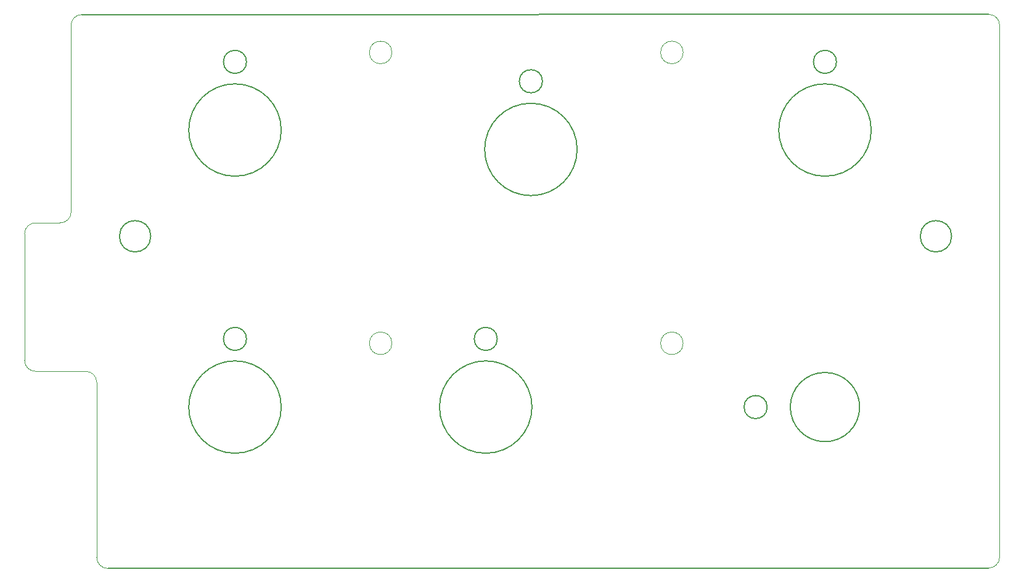
<source format=gbr>
%TF.GenerationSoftware,KiCad,Pcbnew,(5.1.6)-1*%
%TF.CreationDate,2020-11-25T11:23:34+11:00*%
%TF.ProjectId,SIM CNTL Panel PCB V1,53494d20-434e-4544-9c20-50616e656c20,rev?*%
%TF.SameCoordinates,Original*%
%TF.FileFunction,Profile,NP*%
%FSLAX46Y46*%
G04 Gerber Fmt 4.6, Leading zero omitted, Abs format (unit mm)*
G04 Created by KiCad (PCBNEW (5.1.6)-1) date 2020-11-25 11:23:34*
%MOMM*%
%LPD*%
G01*
G04 APERTURE LIST*
%TA.AperFunction,Profile*%
%ADD10C,0.050000*%
%TD*%
%TA.AperFunction,Profile*%
%ADD11C,0.200000*%
%TD*%
G04 APERTURE END LIST*
D10*
X131550000Y-98000000D02*
G75*
G03*
X131550000Y-98000000I-1550000J0D01*
G01*
X131550000Y-58000000D02*
G75*
G03*
X131550000Y-58000000I-1550000J0D01*
G01*
X171550000Y-58000000D02*
G75*
G03*
X171550000Y-58000000I-1550000J0D01*
G01*
X171550000Y-98000000D02*
G75*
G03*
X171550000Y-98000000I-1550000J0D01*
G01*
X213512399Y-52755424D02*
G75*
G02*
X215010999Y-54287999I1J-1498976D01*
G01*
X215011376Y-127406399D02*
G75*
G02*
X213478801Y-128904999I-1498976J-1D01*
G01*
X87477224Y-54279801D02*
G75*
G02*
X89009799Y-52781201I1498976J1D01*
G01*
X87503376Y-79933799D02*
G75*
G02*
X85970801Y-81432399I-1498976J-1D01*
G01*
X81101824Y-82931001D02*
G75*
G02*
X82634399Y-81432401I1498976J1D01*
G01*
X82600801Y-101854376D02*
G75*
G02*
X81102201Y-100321801I-1J1498976D01*
G01*
X89509599Y-101853624D02*
G75*
G02*
X91008199Y-103386199I1J-1498976D01*
G01*
X92506801Y-128956176D02*
G75*
G02*
X91008201Y-127423601I-1J1498976D01*
G01*
X91008199Y-103386199D02*
X91008201Y-127423601D01*
X82600801Y-101854376D02*
X89509599Y-101853624D01*
X81101824Y-82931001D02*
X81102201Y-100321801D01*
X85970801Y-81432399D02*
X82634399Y-81432401D01*
X87477224Y-54279801D02*
X87503376Y-79933799D01*
X215010999Y-54287999D02*
X215011376Y-127406399D01*
D11*
X213478801Y-128904999D02*
X92506801Y-128956176D01*
X111584495Y-59295605D02*
G75*
G03*
X111584495Y-59295605I-1587500J0D01*
G01*
X197372995Y-68670097D02*
G75*
G03*
X197372995Y-68670097I-6350000J0D01*
G01*
X156986995Y-71337097D02*
G75*
G03*
X156986995Y-71337097I-6350000J0D01*
G01*
X89009799Y-52781201D02*
X213512399Y-52755424D01*
X150786009Y-106770097D02*
G75*
G03*
X150786009Y-106770097I-6350000J0D01*
G01*
X98433645Y-83275097D02*
G75*
G03*
X98433645Y-83275097I-2152650J0D01*
G01*
X152224495Y-61962605D02*
G75*
G03*
X152224495Y-61962605I-1587500J0D01*
G01*
X195785495Y-106770097D02*
G75*
G03*
X195785495Y-106770097I-4762500J0D01*
G01*
X111584495Y-97395605D02*
G75*
G03*
X111584495Y-97395605I-1587500J0D01*
G01*
X208415645Y-83275097D02*
G75*
G03*
X208415645Y-83275097I-2152651J0D01*
G01*
X146023509Y-97395605D02*
G75*
G03*
X146023509Y-97395605I-1587500J0D01*
G01*
X183085494Y-106770097D02*
G75*
G03*
X183085494Y-106770097I-1587499J0D01*
G01*
X116346994Y-106770097D02*
G75*
G03*
X116346994Y-106770097I-6349999J0D01*
G01*
X192610495Y-59295605D02*
G75*
G03*
X192610495Y-59295605I-1587500J0D01*
G01*
X116346994Y-68670097D02*
G75*
G03*
X116346994Y-68670097I-6349999J0D01*
G01*
M02*

</source>
